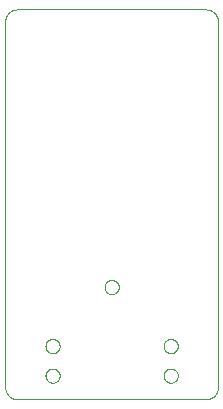
<source format=gko>
G75*
%MOIN*%
%OFA0B0*%
%FSLAX25Y25*%
%IPPOS*%
%LPD*%
%AMOC8*
5,1,8,0,0,1.08239X$1,22.5*
%
%ADD10C,0.00000*%
D10*
X0005737Y0009124D02*
X0068729Y0009124D01*
X0068853Y0009126D01*
X0068976Y0009132D01*
X0069100Y0009141D01*
X0069222Y0009155D01*
X0069345Y0009172D01*
X0069467Y0009194D01*
X0069588Y0009219D01*
X0069708Y0009248D01*
X0069827Y0009280D01*
X0069946Y0009317D01*
X0070063Y0009357D01*
X0070178Y0009400D01*
X0070293Y0009448D01*
X0070405Y0009499D01*
X0070516Y0009553D01*
X0070626Y0009611D01*
X0070733Y0009672D01*
X0070839Y0009737D01*
X0070942Y0009805D01*
X0071043Y0009876D01*
X0071142Y0009950D01*
X0071239Y0010027D01*
X0071333Y0010108D01*
X0071424Y0010191D01*
X0071513Y0010277D01*
X0071599Y0010366D01*
X0071682Y0010457D01*
X0071763Y0010551D01*
X0071840Y0010648D01*
X0071914Y0010747D01*
X0071985Y0010848D01*
X0072053Y0010951D01*
X0072118Y0011057D01*
X0072179Y0011164D01*
X0072237Y0011274D01*
X0072291Y0011385D01*
X0072342Y0011497D01*
X0072390Y0011612D01*
X0072433Y0011727D01*
X0072473Y0011844D01*
X0072510Y0011963D01*
X0072542Y0012082D01*
X0072571Y0012202D01*
X0072596Y0012323D01*
X0072618Y0012445D01*
X0072635Y0012568D01*
X0072649Y0012690D01*
X0072658Y0012814D01*
X0072664Y0012937D01*
X0072666Y0013061D01*
X0072666Y0135108D01*
X0072664Y0135232D01*
X0072658Y0135355D01*
X0072649Y0135479D01*
X0072635Y0135601D01*
X0072618Y0135724D01*
X0072596Y0135846D01*
X0072571Y0135967D01*
X0072542Y0136087D01*
X0072510Y0136206D01*
X0072473Y0136325D01*
X0072433Y0136442D01*
X0072390Y0136557D01*
X0072342Y0136672D01*
X0072291Y0136784D01*
X0072237Y0136895D01*
X0072179Y0137005D01*
X0072118Y0137112D01*
X0072053Y0137218D01*
X0071985Y0137321D01*
X0071914Y0137422D01*
X0071840Y0137521D01*
X0071763Y0137618D01*
X0071682Y0137712D01*
X0071599Y0137803D01*
X0071513Y0137892D01*
X0071424Y0137978D01*
X0071333Y0138061D01*
X0071239Y0138142D01*
X0071142Y0138219D01*
X0071043Y0138293D01*
X0070942Y0138364D01*
X0070839Y0138432D01*
X0070733Y0138497D01*
X0070626Y0138558D01*
X0070516Y0138616D01*
X0070405Y0138670D01*
X0070293Y0138721D01*
X0070178Y0138769D01*
X0070063Y0138812D01*
X0069946Y0138852D01*
X0069827Y0138889D01*
X0069708Y0138921D01*
X0069588Y0138950D01*
X0069467Y0138975D01*
X0069345Y0138997D01*
X0069222Y0139014D01*
X0069100Y0139028D01*
X0068976Y0139037D01*
X0068853Y0139043D01*
X0068729Y0139045D01*
X0005737Y0139045D01*
X0005613Y0139043D01*
X0005490Y0139037D01*
X0005366Y0139028D01*
X0005244Y0139014D01*
X0005121Y0138997D01*
X0004999Y0138975D01*
X0004878Y0138950D01*
X0004758Y0138921D01*
X0004639Y0138889D01*
X0004520Y0138852D01*
X0004403Y0138812D01*
X0004288Y0138769D01*
X0004173Y0138721D01*
X0004061Y0138670D01*
X0003950Y0138616D01*
X0003840Y0138558D01*
X0003733Y0138497D01*
X0003627Y0138432D01*
X0003524Y0138364D01*
X0003423Y0138293D01*
X0003324Y0138219D01*
X0003227Y0138142D01*
X0003133Y0138061D01*
X0003042Y0137978D01*
X0002953Y0137892D01*
X0002867Y0137803D01*
X0002784Y0137712D01*
X0002703Y0137618D01*
X0002626Y0137521D01*
X0002552Y0137422D01*
X0002481Y0137321D01*
X0002413Y0137218D01*
X0002348Y0137112D01*
X0002287Y0137005D01*
X0002229Y0136895D01*
X0002175Y0136784D01*
X0002124Y0136672D01*
X0002076Y0136557D01*
X0002033Y0136442D01*
X0001993Y0136325D01*
X0001956Y0136206D01*
X0001924Y0136087D01*
X0001895Y0135967D01*
X0001870Y0135846D01*
X0001848Y0135724D01*
X0001831Y0135601D01*
X0001817Y0135479D01*
X0001808Y0135355D01*
X0001802Y0135232D01*
X0001800Y0135108D01*
X0001800Y0013061D01*
X0001802Y0012937D01*
X0001808Y0012814D01*
X0001817Y0012690D01*
X0001831Y0012568D01*
X0001848Y0012445D01*
X0001870Y0012323D01*
X0001895Y0012202D01*
X0001924Y0012082D01*
X0001956Y0011963D01*
X0001993Y0011844D01*
X0002033Y0011727D01*
X0002076Y0011612D01*
X0002124Y0011497D01*
X0002175Y0011385D01*
X0002229Y0011274D01*
X0002287Y0011164D01*
X0002348Y0011057D01*
X0002413Y0010951D01*
X0002481Y0010848D01*
X0002552Y0010747D01*
X0002626Y0010648D01*
X0002703Y0010551D01*
X0002784Y0010457D01*
X0002867Y0010366D01*
X0002953Y0010277D01*
X0003042Y0010191D01*
X0003133Y0010108D01*
X0003227Y0010027D01*
X0003324Y0009950D01*
X0003423Y0009876D01*
X0003524Y0009805D01*
X0003627Y0009737D01*
X0003733Y0009672D01*
X0003840Y0009611D01*
X0003950Y0009553D01*
X0004061Y0009499D01*
X0004173Y0009448D01*
X0004288Y0009400D01*
X0004403Y0009357D01*
X0004520Y0009317D01*
X0004639Y0009280D01*
X0004758Y0009248D01*
X0004878Y0009219D01*
X0004999Y0009194D01*
X0005121Y0009172D01*
X0005244Y0009155D01*
X0005366Y0009141D01*
X0005490Y0009132D01*
X0005613Y0009126D01*
X0005737Y0009124D01*
X0015186Y0016998D02*
X0015188Y0017095D01*
X0015194Y0017192D01*
X0015204Y0017288D01*
X0015218Y0017384D01*
X0015236Y0017480D01*
X0015257Y0017574D01*
X0015283Y0017668D01*
X0015312Y0017760D01*
X0015346Y0017851D01*
X0015382Y0017941D01*
X0015423Y0018029D01*
X0015467Y0018115D01*
X0015515Y0018200D01*
X0015566Y0018282D01*
X0015620Y0018363D01*
X0015678Y0018441D01*
X0015739Y0018516D01*
X0015802Y0018589D01*
X0015869Y0018660D01*
X0015939Y0018727D01*
X0016011Y0018792D01*
X0016086Y0018853D01*
X0016164Y0018912D01*
X0016243Y0018967D01*
X0016325Y0019019D01*
X0016409Y0019067D01*
X0016495Y0019112D01*
X0016583Y0019154D01*
X0016672Y0019192D01*
X0016763Y0019226D01*
X0016855Y0019256D01*
X0016948Y0019283D01*
X0017043Y0019305D01*
X0017138Y0019324D01*
X0017234Y0019339D01*
X0017330Y0019350D01*
X0017427Y0019357D01*
X0017524Y0019360D01*
X0017621Y0019359D01*
X0017718Y0019354D01*
X0017814Y0019345D01*
X0017910Y0019332D01*
X0018006Y0019315D01*
X0018101Y0019294D01*
X0018194Y0019270D01*
X0018287Y0019241D01*
X0018379Y0019209D01*
X0018469Y0019173D01*
X0018557Y0019134D01*
X0018644Y0019090D01*
X0018729Y0019044D01*
X0018812Y0018993D01*
X0018893Y0018940D01*
X0018971Y0018883D01*
X0019048Y0018823D01*
X0019121Y0018760D01*
X0019192Y0018694D01*
X0019260Y0018625D01*
X0019326Y0018553D01*
X0019388Y0018479D01*
X0019447Y0018402D01*
X0019503Y0018323D01*
X0019556Y0018241D01*
X0019606Y0018158D01*
X0019651Y0018072D01*
X0019694Y0017985D01*
X0019733Y0017896D01*
X0019768Y0017806D01*
X0019799Y0017714D01*
X0019826Y0017621D01*
X0019850Y0017527D01*
X0019870Y0017432D01*
X0019886Y0017336D01*
X0019898Y0017240D01*
X0019906Y0017143D01*
X0019910Y0017046D01*
X0019910Y0016950D01*
X0019906Y0016853D01*
X0019898Y0016756D01*
X0019886Y0016660D01*
X0019870Y0016564D01*
X0019850Y0016469D01*
X0019826Y0016375D01*
X0019799Y0016282D01*
X0019768Y0016190D01*
X0019733Y0016100D01*
X0019694Y0016011D01*
X0019651Y0015924D01*
X0019606Y0015838D01*
X0019556Y0015755D01*
X0019503Y0015673D01*
X0019447Y0015594D01*
X0019388Y0015517D01*
X0019326Y0015443D01*
X0019260Y0015371D01*
X0019192Y0015302D01*
X0019121Y0015236D01*
X0019048Y0015173D01*
X0018971Y0015113D01*
X0018893Y0015056D01*
X0018812Y0015003D01*
X0018729Y0014952D01*
X0018644Y0014906D01*
X0018557Y0014862D01*
X0018469Y0014823D01*
X0018379Y0014787D01*
X0018287Y0014755D01*
X0018194Y0014726D01*
X0018101Y0014702D01*
X0018006Y0014681D01*
X0017910Y0014664D01*
X0017814Y0014651D01*
X0017718Y0014642D01*
X0017621Y0014637D01*
X0017524Y0014636D01*
X0017427Y0014639D01*
X0017330Y0014646D01*
X0017234Y0014657D01*
X0017138Y0014672D01*
X0017043Y0014691D01*
X0016948Y0014713D01*
X0016855Y0014740D01*
X0016763Y0014770D01*
X0016672Y0014804D01*
X0016583Y0014842D01*
X0016495Y0014884D01*
X0016409Y0014929D01*
X0016325Y0014977D01*
X0016243Y0015029D01*
X0016164Y0015084D01*
X0016086Y0015143D01*
X0016011Y0015204D01*
X0015939Y0015269D01*
X0015869Y0015336D01*
X0015802Y0015407D01*
X0015739Y0015480D01*
X0015678Y0015555D01*
X0015620Y0015633D01*
X0015566Y0015714D01*
X0015515Y0015796D01*
X0015467Y0015881D01*
X0015423Y0015967D01*
X0015382Y0016055D01*
X0015346Y0016145D01*
X0015312Y0016236D01*
X0015283Y0016328D01*
X0015257Y0016422D01*
X0015236Y0016516D01*
X0015218Y0016612D01*
X0015204Y0016708D01*
X0015194Y0016804D01*
X0015188Y0016901D01*
X0015186Y0016998D01*
X0015186Y0026841D02*
X0015188Y0026938D01*
X0015194Y0027035D01*
X0015204Y0027131D01*
X0015218Y0027227D01*
X0015236Y0027323D01*
X0015257Y0027417D01*
X0015283Y0027511D01*
X0015312Y0027603D01*
X0015346Y0027694D01*
X0015382Y0027784D01*
X0015423Y0027872D01*
X0015467Y0027958D01*
X0015515Y0028043D01*
X0015566Y0028125D01*
X0015620Y0028206D01*
X0015678Y0028284D01*
X0015739Y0028359D01*
X0015802Y0028432D01*
X0015869Y0028503D01*
X0015939Y0028570D01*
X0016011Y0028635D01*
X0016086Y0028696D01*
X0016164Y0028755D01*
X0016243Y0028810D01*
X0016325Y0028862D01*
X0016409Y0028910D01*
X0016495Y0028955D01*
X0016583Y0028997D01*
X0016672Y0029035D01*
X0016763Y0029069D01*
X0016855Y0029099D01*
X0016948Y0029126D01*
X0017043Y0029148D01*
X0017138Y0029167D01*
X0017234Y0029182D01*
X0017330Y0029193D01*
X0017427Y0029200D01*
X0017524Y0029203D01*
X0017621Y0029202D01*
X0017718Y0029197D01*
X0017814Y0029188D01*
X0017910Y0029175D01*
X0018006Y0029158D01*
X0018101Y0029137D01*
X0018194Y0029113D01*
X0018287Y0029084D01*
X0018379Y0029052D01*
X0018469Y0029016D01*
X0018557Y0028977D01*
X0018644Y0028933D01*
X0018729Y0028887D01*
X0018812Y0028836D01*
X0018893Y0028783D01*
X0018971Y0028726D01*
X0019048Y0028666D01*
X0019121Y0028603D01*
X0019192Y0028537D01*
X0019260Y0028468D01*
X0019326Y0028396D01*
X0019388Y0028322D01*
X0019447Y0028245D01*
X0019503Y0028166D01*
X0019556Y0028084D01*
X0019606Y0028001D01*
X0019651Y0027915D01*
X0019694Y0027828D01*
X0019733Y0027739D01*
X0019768Y0027649D01*
X0019799Y0027557D01*
X0019826Y0027464D01*
X0019850Y0027370D01*
X0019870Y0027275D01*
X0019886Y0027179D01*
X0019898Y0027083D01*
X0019906Y0026986D01*
X0019910Y0026889D01*
X0019910Y0026793D01*
X0019906Y0026696D01*
X0019898Y0026599D01*
X0019886Y0026503D01*
X0019870Y0026407D01*
X0019850Y0026312D01*
X0019826Y0026218D01*
X0019799Y0026125D01*
X0019768Y0026033D01*
X0019733Y0025943D01*
X0019694Y0025854D01*
X0019651Y0025767D01*
X0019606Y0025681D01*
X0019556Y0025598D01*
X0019503Y0025516D01*
X0019447Y0025437D01*
X0019388Y0025360D01*
X0019326Y0025286D01*
X0019260Y0025214D01*
X0019192Y0025145D01*
X0019121Y0025079D01*
X0019048Y0025016D01*
X0018971Y0024956D01*
X0018893Y0024899D01*
X0018812Y0024846D01*
X0018729Y0024795D01*
X0018644Y0024749D01*
X0018557Y0024705D01*
X0018469Y0024666D01*
X0018379Y0024630D01*
X0018287Y0024598D01*
X0018194Y0024569D01*
X0018101Y0024545D01*
X0018006Y0024524D01*
X0017910Y0024507D01*
X0017814Y0024494D01*
X0017718Y0024485D01*
X0017621Y0024480D01*
X0017524Y0024479D01*
X0017427Y0024482D01*
X0017330Y0024489D01*
X0017234Y0024500D01*
X0017138Y0024515D01*
X0017043Y0024534D01*
X0016948Y0024556D01*
X0016855Y0024583D01*
X0016763Y0024613D01*
X0016672Y0024647D01*
X0016583Y0024685D01*
X0016495Y0024727D01*
X0016409Y0024772D01*
X0016325Y0024820D01*
X0016243Y0024872D01*
X0016164Y0024927D01*
X0016086Y0024986D01*
X0016011Y0025047D01*
X0015939Y0025112D01*
X0015869Y0025179D01*
X0015802Y0025250D01*
X0015739Y0025323D01*
X0015678Y0025398D01*
X0015620Y0025476D01*
X0015566Y0025557D01*
X0015515Y0025639D01*
X0015467Y0025724D01*
X0015423Y0025810D01*
X0015382Y0025898D01*
X0015346Y0025988D01*
X0015312Y0026079D01*
X0015283Y0026171D01*
X0015257Y0026265D01*
X0015236Y0026359D01*
X0015218Y0026455D01*
X0015204Y0026551D01*
X0015194Y0026647D01*
X0015188Y0026744D01*
X0015186Y0026841D01*
X0034871Y0046526D02*
X0034873Y0046623D01*
X0034879Y0046720D01*
X0034889Y0046816D01*
X0034903Y0046912D01*
X0034921Y0047008D01*
X0034942Y0047102D01*
X0034968Y0047196D01*
X0034997Y0047288D01*
X0035031Y0047379D01*
X0035067Y0047469D01*
X0035108Y0047557D01*
X0035152Y0047643D01*
X0035200Y0047728D01*
X0035251Y0047810D01*
X0035305Y0047891D01*
X0035363Y0047969D01*
X0035424Y0048044D01*
X0035487Y0048117D01*
X0035554Y0048188D01*
X0035624Y0048255D01*
X0035696Y0048320D01*
X0035771Y0048381D01*
X0035849Y0048440D01*
X0035928Y0048495D01*
X0036010Y0048547D01*
X0036094Y0048595D01*
X0036180Y0048640D01*
X0036268Y0048682D01*
X0036357Y0048720D01*
X0036448Y0048754D01*
X0036540Y0048784D01*
X0036633Y0048811D01*
X0036728Y0048833D01*
X0036823Y0048852D01*
X0036919Y0048867D01*
X0037015Y0048878D01*
X0037112Y0048885D01*
X0037209Y0048888D01*
X0037306Y0048887D01*
X0037403Y0048882D01*
X0037499Y0048873D01*
X0037595Y0048860D01*
X0037691Y0048843D01*
X0037786Y0048822D01*
X0037879Y0048798D01*
X0037972Y0048769D01*
X0038064Y0048737D01*
X0038154Y0048701D01*
X0038242Y0048662D01*
X0038329Y0048618D01*
X0038414Y0048572D01*
X0038497Y0048521D01*
X0038578Y0048468D01*
X0038656Y0048411D01*
X0038733Y0048351D01*
X0038806Y0048288D01*
X0038877Y0048222D01*
X0038945Y0048153D01*
X0039011Y0048081D01*
X0039073Y0048007D01*
X0039132Y0047930D01*
X0039188Y0047851D01*
X0039241Y0047769D01*
X0039291Y0047686D01*
X0039336Y0047600D01*
X0039379Y0047513D01*
X0039418Y0047424D01*
X0039453Y0047334D01*
X0039484Y0047242D01*
X0039511Y0047149D01*
X0039535Y0047055D01*
X0039555Y0046960D01*
X0039571Y0046864D01*
X0039583Y0046768D01*
X0039591Y0046671D01*
X0039595Y0046574D01*
X0039595Y0046478D01*
X0039591Y0046381D01*
X0039583Y0046284D01*
X0039571Y0046188D01*
X0039555Y0046092D01*
X0039535Y0045997D01*
X0039511Y0045903D01*
X0039484Y0045810D01*
X0039453Y0045718D01*
X0039418Y0045628D01*
X0039379Y0045539D01*
X0039336Y0045452D01*
X0039291Y0045366D01*
X0039241Y0045283D01*
X0039188Y0045201D01*
X0039132Y0045122D01*
X0039073Y0045045D01*
X0039011Y0044971D01*
X0038945Y0044899D01*
X0038877Y0044830D01*
X0038806Y0044764D01*
X0038733Y0044701D01*
X0038656Y0044641D01*
X0038578Y0044584D01*
X0038497Y0044531D01*
X0038414Y0044480D01*
X0038329Y0044434D01*
X0038242Y0044390D01*
X0038154Y0044351D01*
X0038064Y0044315D01*
X0037972Y0044283D01*
X0037879Y0044254D01*
X0037786Y0044230D01*
X0037691Y0044209D01*
X0037595Y0044192D01*
X0037499Y0044179D01*
X0037403Y0044170D01*
X0037306Y0044165D01*
X0037209Y0044164D01*
X0037112Y0044167D01*
X0037015Y0044174D01*
X0036919Y0044185D01*
X0036823Y0044200D01*
X0036728Y0044219D01*
X0036633Y0044241D01*
X0036540Y0044268D01*
X0036448Y0044298D01*
X0036357Y0044332D01*
X0036268Y0044370D01*
X0036180Y0044412D01*
X0036094Y0044457D01*
X0036010Y0044505D01*
X0035928Y0044557D01*
X0035849Y0044612D01*
X0035771Y0044671D01*
X0035696Y0044732D01*
X0035624Y0044797D01*
X0035554Y0044864D01*
X0035487Y0044935D01*
X0035424Y0045008D01*
X0035363Y0045083D01*
X0035305Y0045161D01*
X0035251Y0045242D01*
X0035200Y0045324D01*
X0035152Y0045409D01*
X0035108Y0045495D01*
X0035067Y0045583D01*
X0035031Y0045673D01*
X0034997Y0045764D01*
X0034968Y0045856D01*
X0034942Y0045950D01*
X0034921Y0046044D01*
X0034903Y0046140D01*
X0034889Y0046236D01*
X0034879Y0046332D01*
X0034873Y0046429D01*
X0034871Y0046526D01*
X0054556Y0026841D02*
X0054558Y0026938D01*
X0054564Y0027035D01*
X0054574Y0027131D01*
X0054588Y0027227D01*
X0054606Y0027323D01*
X0054627Y0027417D01*
X0054653Y0027511D01*
X0054682Y0027603D01*
X0054716Y0027694D01*
X0054752Y0027784D01*
X0054793Y0027872D01*
X0054837Y0027958D01*
X0054885Y0028043D01*
X0054936Y0028125D01*
X0054990Y0028206D01*
X0055048Y0028284D01*
X0055109Y0028359D01*
X0055172Y0028432D01*
X0055239Y0028503D01*
X0055309Y0028570D01*
X0055381Y0028635D01*
X0055456Y0028696D01*
X0055534Y0028755D01*
X0055613Y0028810D01*
X0055695Y0028862D01*
X0055779Y0028910D01*
X0055865Y0028955D01*
X0055953Y0028997D01*
X0056042Y0029035D01*
X0056133Y0029069D01*
X0056225Y0029099D01*
X0056318Y0029126D01*
X0056413Y0029148D01*
X0056508Y0029167D01*
X0056604Y0029182D01*
X0056700Y0029193D01*
X0056797Y0029200D01*
X0056894Y0029203D01*
X0056991Y0029202D01*
X0057088Y0029197D01*
X0057184Y0029188D01*
X0057280Y0029175D01*
X0057376Y0029158D01*
X0057471Y0029137D01*
X0057564Y0029113D01*
X0057657Y0029084D01*
X0057749Y0029052D01*
X0057839Y0029016D01*
X0057927Y0028977D01*
X0058014Y0028933D01*
X0058099Y0028887D01*
X0058182Y0028836D01*
X0058263Y0028783D01*
X0058341Y0028726D01*
X0058418Y0028666D01*
X0058491Y0028603D01*
X0058562Y0028537D01*
X0058630Y0028468D01*
X0058696Y0028396D01*
X0058758Y0028322D01*
X0058817Y0028245D01*
X0058873Y0028166D01*
X0058926Y0028084D01*
X0058976Y0028001D01*
X0059021Y0027915D01*
X0059064Y0027828D01*
X0059103Y0027739D01*
X0059138Y0027649D01*
X0059169Y0027557D01*
X0059196Y0027464D01*
X0059220Y0027370D01*
X0059240Y0027275D01*
X0059256Y0027179D01*
X0059268Y0027083D01*
X0059276Y0026986D01*
X0059280Y0026889D01*
X0059280Y0026793D01*
X0059276Y0026696D01*
X0059268Y0026599D01*
X0059256Y0026503D01*
X0059240Y0026407D01*
X0059220Y0026312D01*
X0059196Y0026218D01*
X0059169Y0026125D01*
X0059138Y0026033D01*
X0059103Y0025943D01*
X0059064Y0025854D01*
X0059021Y0025767D01*
X0058976Y0025681D01*
X0058926Y0025598D01*
X0058873Y0025516D01*
X0058817Y0025437D01*
X0058758Y0025360D01*
X0058696Y0025286D01*
X0058630Y0025214D01*
X0058562Y0025145D01*
X0058491Y0025079D01*
X0058418Y0025016D01*
X0058341Y0024956D01*
X0058263Y0024899D01*
X0058182Y0024846D01*
X0058099Y0024795D01*
X0058014Y0024749D01*
X0057927Y0024705D01*
X0057839Y0024666D01*
X0057749Y0024630D01*
X0057657Y0024598D01*
X0057564Y0024569D01*
X0057471Y0024545D01*
X0057376Y0024524D01*
X0057280Y0024507D01*
X0057184Y0024494D01*
X0057088Y0024485D01*
X0056991Y0024480D01*
X0056894Y0024479D01*
X0056797Y0024482D01*
X0056700Y0024489D01*
X0056604Y0024500D01*
X0056508Y0024515D01*
X0056413Y0024534D01*
X0056318Y0024556D01*
X0056225Y0024583D01*
X0056133Y0024613D01*
X0056042Y0024647D01*
X0055953Y0024685D01*
X0055865Y0024727D01*
X0055779Y0024772D01*
X0055695Y0024820D01*
X0055613Y0024872D01*
X0055534Y0024927D01*
X0055456Y0024986D01*
X0055381Y0025047D01*
X0055309Y0025112D01*
X0055239Y0025179D01*
X0055172Y0025250D01*
X0055109Y0025323D01*
X0055048Y0025398D01*
X0054990Y0025476D01*
X0054936Y0025557D01*
X0054885Y0025639D01*
X0054837Y0025724D01*
X0054793Y0025810D01*
X0054752Y0025898D01*
X0054716Y0025988D01*
X0054682Y0026079D01*
X0054653Y0026171D01*
X0054627Y0026265D01*
X0054606Y0026359D01*
X0054588Y0026455D01*
X0054574Y0026551D01*
X0054564Y0026647D01*
X0054558Y0026744D01*
X0054556Y0026841D01*
X0054556Y0016998D02*
X0054558Y0017095D01*
X0054564Y0017192D01*
X0054574Y0017288D01*
X0054588Y0017384D01*
X0054606Y0017480D01*
X0054627Y0017574D01*
X0054653Y0017668D01*
X0054682Y0017760D01*
X0054716Y0017851D01*
X0054752Y0017941D01*
X0054793Y0018029D01*
X0054837Y0018115D01*
X0054885Y0018200D01*
X0054936Y0018282D01*
X0054990Y0018363D01*
X0055048Y0018441D01*
X0055109Y0018516D01*
X0055172Y0018589D01*
X0055239Y0018660D01*
X0055309Y0018727D01*
X0055381Y0018792D01*
X0055456Y0018853D01*
X0055534Y0018912D01*
X0055613Y0018967D01*
X0055695Y0019019D01*
X0055779Y0019067D01*
X0055865Y0019112D01*
X0055953Y0019154D01*
X0056042Y0019192D01*
X0056133Y0019226D01*
X0056225Y0019256D01*
X0056318Y0019283D01*
X0056413Y0019305D01*
X0056508Y0019324D01*
X0056604Y0019339D01*
X0056700Y0019350D01*
X0056797Y0019357D01*
X0056894Y0019360D01*
X0056991Y0019359D01*
X0057088Y0019354D01*
X0057184Y0019345D01*
X0057280Y0019332D01*
X0057376Y0019315D01*
X0057471Y0019294D01*
X0057564Y0019270D01*
X0057657Y0019241D01*
X0057749Y0019209D01*
X0057839Y0019173D01*
X0057927Y0019134D01*
X0058014Y0019090D01*
X0058099Y0019044D01*
X0058182Y0018993D01*
X0058263Y0018940D01*
X0058341Y0018883D01*
X0058418Y0018823D01*
X0058491Y0018760D01*
X0058562Y0018694D01*
X0058630Y0018625D01*
X0058696Y0018553D01*
X0058758Y0018479D01*
X0058817Y0018402D01*
X0058873Y0018323D01*
X0058926Y0018241D01*
X0058976Y0018158D01*
X0059021Y0018072D01*
X0059064Y0017985D01*
X0059103Y0017896D01*
X0059138Y0017806D01*
X0059169Y0017714D01*
X0059196Y0017621D01*
X0059220Y0017527D01*
X0059240Y0017432D01*
X0059256Y0017336D01*
X0059268Y0017240D01*
X0059276Y0017143D01*
X0059280Y0017046D01*
X0059280Y0016950D01*
X0059276Y0016853D01*
X0059268Y0016756D01*
X0059256Y0016660D01*
X0059240Y0016564D01*
X0059220Y0016469D01*
X0059196Y0016375D01*
X0059169Y0016282D01*
X0059138Y0016190D01*
X0059103Y0016100D01*
X0059064Y0016011D01*
X0059021Y0015924D01*
X0058976Y0015838D01*
X0058926Y0015755D01*
X0058873Y0015673D01*
X0058817Y0015594D01*
X0058758Y0015517D01*
X0058696Y0015443D01*
X0058630Y0015371D01*
X0058562Y0015302D01*
X0058491Y0015236D01*
X0058418Y0015173D01*
X0058341Y0015113D01*
X0058263Y0015056D01*
X0058182Y0015003D01*
X0058099Y0014952D01*
X0058014Y0014906D01*
X0057927Y0014862D01*
X0057839Y0014823D01*
X0057749Y0014787D01*
X0057657Y0014755D01*
X0057564Y0014726D01*
X0057471Y0014702D01*
X0057376Y0014681D01*
X0057280Y0014664D01*
X0057184Y0014651D01*
X0057088Y0014642D01*
X0056991Y0014637D01*
X0056894Y0014636D01*
X0056797Y0014639D01*
X0056700Y0014646D01*
X0056604Y0014657D01*
X0056508Y0014672D01*
X0056413Y0014691D01*
X0056318Y0014713D01*
X0056225Y0014740D01*
X0056133Y0014770D01*
X0056042Y0014804D01*
X0055953Y0014842D01*
X0055865Y0014884D01*
X0055779Y0014929D01*
X0055695Y0014977D01*
X0055613Y0015029D01*
X0055534Y0015084D01*
X0055456Y0015143D01*
X0055381Y0015204D01*
X0055309Y0015269D01*
X0055239Y0015336D01*
X0055172Y0015407D01*
X0055109Y0015480D01*
X0055048Y0015555D01*
X0054990Y0015633D01*
X0054936Y0015714D01*
X0054885Y0015796D01*
X0054837Y0015881D01*
X0054793Y0015967D01*
X0054752Y0016055D01*
X0054716Y0016145D01*
X0054682Y0016236D01*
X0054653Y0016328D01*
X0054627Y0016422D01*
X0054606Y0016516D01*
X0054588Y0016612D01*
X0054574Y0016708D01*
X0054564Y0016804D01*
X0054558Y0016901D01*
X0054556Y0016998D01*
M02*

</source>
